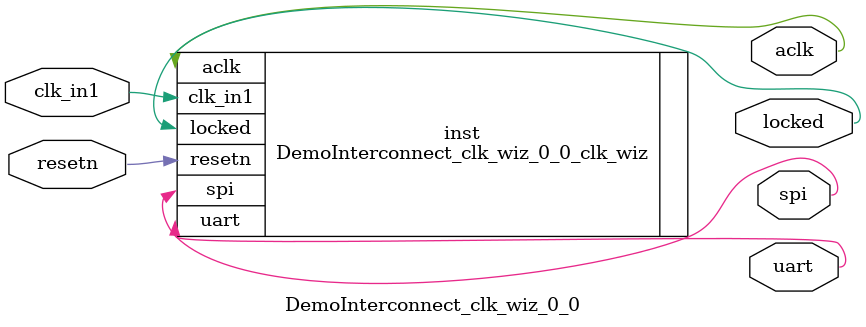
<source format=v>


`timescale 1ps/1ps

(* CORE_GENERATION_INFO = "DemoInterconnect_clk_wiz_0_0,clk_wiz_v5_3_3_0,{component_name=DemoInterconnect_clk_wiz_0_0,use_phase_alignment=true,use_min_o_jitter=false,use_max_i_jitter=false,use_dyn_phase_shift=false,use_inclk_switchover=false,use_dyn_reconfig=false,enable_axi=0,feedback_source=FDBK_AUTO,PRIMITIVE=MMCM,num_out_clk=3,clkin1_period=10.0,clkin2_period=10.0,use_power_down=false,use_reset=true,use_locked=true,use_inclk_stopped=false,feedback_type=SINGLE,CLOCK_MGR_TYPE=NA,manual_override=false}" *)

module DemoInterconnect_clk_wiz_0_0 
 (
  // Clock out ports
  output        aclk,
  output        spi,
  output        uart,
  // Status and control signals
  input         resetn,
  output        locked,
 // Clock in ports
  input         clk_in1
 );

  DemoInterconnect_clk_wiz_0_0_clk_wiz inst
  (
  // Clock out ports  
  .aclk(aclk),
  .spi(spi),
  .uart(uart),
  // Status and control signals               
  .resetn(resetn), 
  .locked(locked),
 // Clock in ports
  .clk_in1(clk_in1)
  );

endmodule

</source>
